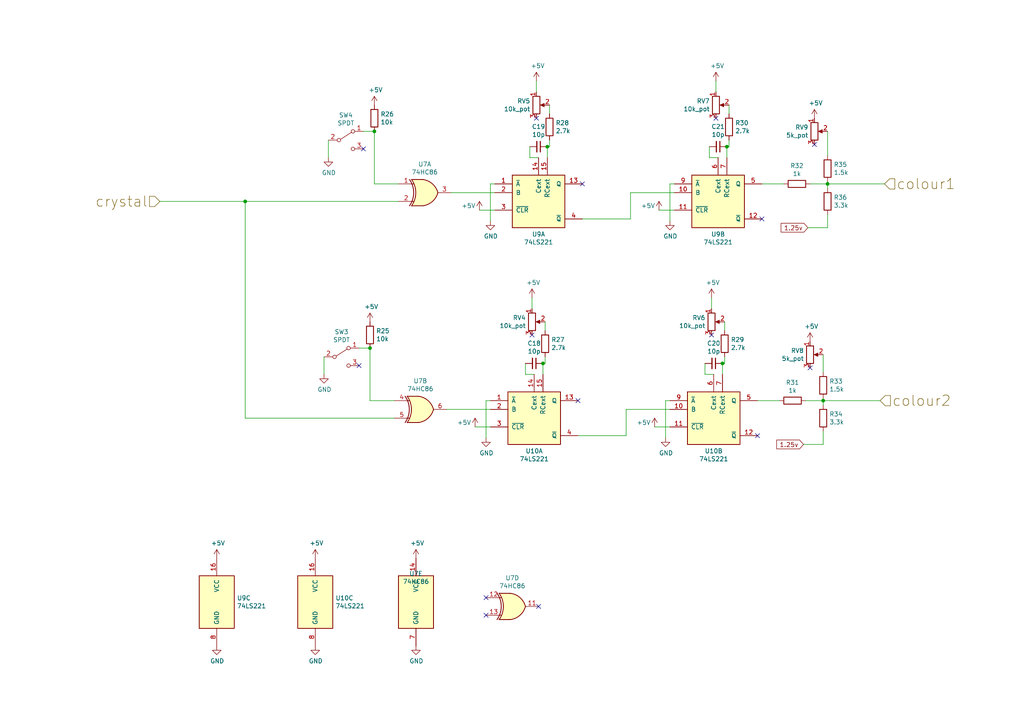
<source format=kicad_sch>
(kicad_sch (version 20211123) (generator eeschema)
  (paper "A4")
  (lib_symbols
    (symbol "74xx:74HC86" (pin_names (offset 1.016))
      (property "Reference" "U" (at 0 1.27 0))
      (property "Value" "74HC86" (at 0 -1.27 0))
      (symbol "74HC86_1_0"
        (arc (start -4.4196 -3.81) (mid -3.2033 0) (end -4.4196 3.81) (stroke (width 0.254)))
        (arc (start -3.81 -3.81) (mid -2.589 0) (end -3.81 3.81) (stroke (width 0.254)))
        (arc (start -0.6096 -3.81) (mid 2.1842 -2.5851) (end 3.81 0) (stroke (width 0.254)) (fill (type background)))
        (polyline (pts (xy -3.81 -3.81) (xy -0.635 -3.81)) (stroke (width 0.254)) (fill (type background)))
        (polyline (pts (xy -3.81 3.81) (xy -0.635 3.81)) (stroke (width 0.254)) (fill (type background)))
        (polyline (pts (xy -0.635 3.81) (xy -3.81 3.81) (xy -3.81 3.81) (xy -3.556 3.4036) (xy -3.0226 2.2606) (xy -2.6924 1.0414) (xy -2.6162 -0.254) (xy -2.7686 -1.4986) (xy -3.175 -2.7178) (xy -3.81 -3.81) (xy -3.81 -3.81) (xy -0.635 -3.81)) (stroke (width -25.4)) (fill (type background)))
        (arc (start 3.81 0) (mid 2.1915 2.5936) (end -0.6096 3.81) (stroke (width 0.254)) (fill (type background)))
        (pin input line (at -7.62 2.54 0) (length 4.445) (name "~") (number "1"))
        (pin input line (at -7.62 -2.54 0) (length 4.445) (name "~") (number "2"))
        (pin output line (at 7.62 0 180) (length 3.81) (name "~") (number "3"))
      )
      (symbol "74HC86_1_1"
        (polyline (pts (xy -3.81 -2.54) (xy -3.175 -2.54)) (stroke (width 0.1524)))
        (polyline (pts (xy -3.81 2.54) (xy -3.175 2.54)) (stroke (width 0.1524)))
      )
      (symbol "74HC86_2_0"
        (arc (start -4.4196 -3.81) (mid -3.2033 0) (end -4.4196 3.81) (stroke (width 0.254)))
        (arc (start -3.81 -3.81) (mid -2.589 0) (end -3.81 3.81) (stroke (width 0.254)))
        (arc (start -0.6096 -3.81) (mid 2.1842 -2.5851) (end 3.81 0) (stroke (width 0.254)) (fill (type background)))
        (polyline (pts (xy -3.81 -3.81) (xy -0.635 -3.81)) (stroke (width 0.254)) (fill (type background)))
        (polyline (pts (xy -3.81 3.81) (xy -0.635 3.81)) (stroke (width 0.254)) (fill (type background)))
        (polyline (pts (xy -0.635 3.81) (xy -3.81 3.81) (xy -3.81 3.81) (xy -3.556 3.4036) (xy -3.0226 2.2606) (xy -2.6924 1.0414) (xy -2.6162 -0.254) (xy -2.7686 -1.4986) (xy -3.175 -2.7178) (xy -3.81 -3.81) (xy -3.81 -3.81) (xy -0.635 -3.81)) (stroke (width -25.4)) (fill (type background)))
        (arc (start 3.81 0) (mid 2.1915 2.5936) (end -0.6096 3.81) (stroke (width 0.254)) (fill (type background)))
        (pin input line (at -7.62 2.54 0) (length 4.445) (name "~") (number "4"))
        (pin input line (at -7.62 -2.54 0) (length 4.445) (name "~") (number "5"))
        (pin output line (at 7.62 0 180) (length 3.81) (name "~") (number "6"))
      )
      (symbol "74HC86_2_1"
        (polyline (pts (xy -3.81 -2.54) (xy -3.175 -2.54)) (stroke (width 0.1524)))
        (polyline (pts (xy -3.81 2.54) (xy -3.175 2.54)) (stroke (width 0.1524)))
      )
      (symbol "74HC86_3_0"
        (arc (start -4.4196 -3.81) (mid -3.2033 0) (end -4.4196 3.81) (stroke (width 0.254)))
        (arc (start -3.81 -3.81) (mid -2.589 0) (end -3.81 3.81) (stroke (width 0.254)))
        (arc (start -0.6096 -3.81) (mid 2.1842 -2.5851) (end 3.81 0) (stroke (width 0.254)) (fill (type background)))
        (polyline (pts (xy -3.81 -3.81) (xy -0.635 -3.81)) (stroke (width 0.254)) (fill (type background)))
        (polyline (pts (xy -3.81 3.81) (xy -0.635 3.81)) (stroke (width 0.254)) (fill (type background)))
        (polyline (pts (xy -0.635 3.81) (xy -3.81 3.81) (xy -3.81 3.81) (xy -3.556 3.4036) (xy -3.0226 2.2606) (xy -2.6924 1.0414) (xy -2.6162 -0.254) (xy -2.7686 -1.4986) (xy -3.175 -2.7178) (xy -3.81 -3.81) (xy -3.81 -3.81) (xy -0.635 -3.81)) (stroke (width -25.4)) (fill (type background)))
        (arc (start 3.81 0) (mid 2.1915 2.5936) (end -0.6096 3.81) (stroke (width 0.254)) (fill (type background)))
        (pin input line (at -7.62 -2.54 0) (length 4.445) (name "~") (number "10"))
        (pin output line (at 7.62 0 180) (length 3.81) (name "~") (number "8"))
        (pin input line (at -7.62 2.54 0) (length 4.445) (name "~") (number "9"))
      )
      (symbol "74HC86_3_1"
        (polyline (pts (xy -3.81 -2.54) (xy -3.175 -2.54)) (stroke (width 0.1524)))
        (polyline (pts (xy -3.81 2.54) (xy -3.175 2.54)) (stroke (width 0.1524)))
      )
      (symbol "74HC86_4_0"
        (arc (start -4.4196 -3.81) (mid -3.2033 0) (end -4.4196 3.81) (stroke (width 0.254)))
        (arc (start -3.81 -3.81) (mid -2.589 0) (end -3.81 3.81) (stroke (width 0.254)))
        (arc (start -0.6096 -3.81) (mid 2.1842 -2.5851) (end 3.81 0) (stroke (width 0.254)) (fill (type background)))
        (polyline (pts (xy -3.81 -3.81) (xy -0.635 -3.81)) (stroke (width 0.254)) (fill (type background)))
        (polyline (pts (xy -3.81 3.81) (xy -0.635 3.81)) (stroke (width 0.254)) (fill (type background)))
        (polyline (pts (xy -0.635 3.81) (xy -3.81 3.81) (xy -3.81 3.81) (xy -3.556 3.4036) (xy -3.0226 2.2606) (xy -2.6924 1.0414) (xy -2.6162 -0.254) (xy -2.7686 -1.4986) (xy -3.175 -2.7178) (xy -3.81 -3.81) (xy -3.81 -3.81) (xy -0.635 -3.81)) (stroke (width -25.4)) (fill (type background)))
        (arc (start 3.81 0) (mid 2.1915 2.5936) (end -0.6096 3.81) (stroke (width 0.254)) (fill (type background)))
        (pin output line (at 7.62 0 180) (length 3.81) (name "~") (number "11"))
        (pin input line (at -7.62 2.54 0) (length 4.445) (name "~") (number "12"))
        (pin input line (at -7.62 -2.54 0) (length 4.445) (name "~") (number "13"))
      )
      (symbol "74HC86_4_1"
        (polyline (pts (xy -3.81 -2.54) (xy -3.175 -2.54)) (stroke (width 0.1524)))
        (polyline (pts (xy -3.81 2.54) (xy -3.175 2.54)) (stroke (width 0.1524)))
      )
      (symbol "74HC86_5_0"
        (pin power_in line (at 0 12.7 270) (length 5.08) (name "VCC") (number "14"))
        (pin power_in line (at 0 -12.7 90) (length 5.08) (name "GND") (number "7"))
      )
      (symbol "74HC86_5_1"
        (rectangle (start -5.08 7.62) (end 5.08 -7.62) (stroke (width 0.254)) (fill (type background)))
      )
    )
    (symbol "74xx:74LS221" (pin_names (offset 1.016))
      (property "Reference" "U" (at -7.62 8.89 0))
      (property "Value" "74LS221" (at -7.62 -8.89 0))
      (symbol "74LS221_1_0"
        (pin input line (at -12.7 5.08 0) (length 5.08) (name "~{A}") (number "1"))
        (pin output line (at 12.7 5.08 180) (length 5.08) (name "Q") (number "13"))
        (pin input line (at 0 12.7 270) (length 5.08) (name "Cext") (number "14"))
        (pin input line (at 2.54 12.7 270) (length 5.08) (name "RCext") (number "15"))
        (pin input line (at -12.7 2.54 0) (length 5.08) (name "B") (number "2"))
        (pin input line (at -12.7 -2.54 0) (length 5.08) (name "~{CLR}") (number "3"))
        (pin output line (at 12.7 -5.08 180) (length 5.08) (name "~{Q}") (number "4"))
      )
      (symbol "74LS221_1_1"
        (rectangle (start -7.62 7.62) (end 7.62 -7.62) (stroke (width 0.254)) (fill (type background)))
      )
      (symbol "74LS221_2_0"
        (pin input line (at -12.7 2.54 0) (length 5.08) (name "B") (number "10"))
        (pin input line (at -12.7 -2.54 0) (length 5.08) (name "~{CLR}") (number "11"))
        (pin output line (at 12.7 -5.08 180) (length 5.08) (name "~{Q}") (number "12"))
        (pin output line (at 12.7 5.08 180) (length 5.08) (name "Q") (number "5"))
        (pin input line (at 0 12.7 270) (length 5.08) (name "Cext") (number "6"))
        (pin input line (at 2.54 12.7 270) (length 5.08) (name "RCext") (number "7"))
        (pin input line (at -12.7 5.08 0) (length 5.08) (name "~{A}") (number "9"))
      )
      (symbol "74LS221_2_1"
        (rectangle (start -7.62 7.62) (end 7.62 -7.62) (stroke (width 0.254)) (fill (type background)))
      )
      (symbol "74LS221_3_0"
        (pin power_in line (at 0 12.7 270) (length 5.08) (name "VCC") (number "16"))
        (pin power_in line (at 0 -12.7 90) (length 5.08) (name "GND") (number "8"))
      )
      (symbol "74LS221_3_1"
        (rectangle (start -5.08 7.62) (end 5.08 -7.62) (stroke (width 0.254)) (fill (type background)))
      )
    )
    (symbol "Device:C_Small" (pin_numbers hide) (pin_names (offset 0.254) hide)
      (property "Reference" "C" (at 0.254 1.778 0))
      (property "Value" "C_Small" (at 0.254 -2.032 0))
      (symbol "C_Small_0_1"
        (polyline (pts (xy -1.524 -0.508) (xy 1.524 -0.508)) (stroke (width 0.3302)))
        (polyline (pts (xy -1.524 0.508) (xy 1.524 0.508)) (stroke (width 0.3048)))
      )
      (symbol "C_Small_1_1"
        (pin passive line (at 0 2.54 270) (length 2.032) (name "~") (number "1"))
        (pin passive line (at 0 -2.54 90) (length 2.032) (name "~") (number "2"))
      )
    )
    (symbol "Device:R" (pin_numbers hide) (pin_names (offset 0))
      (property "Reference" "R" (at 2.032 0 90))
      (property "Value" "R" (at 0 0 90))
      (symbol "R_0_1"
        (rectangle (start -1.016 -2.54) (end 1.016 2.54) (stroke (width 0.254)))
      )
      (symbol "R_1_1"
        (pin passive line (at 0 3.81 270) (length 1.27) (name "~") (number "1"))
        (pin passive line (at 0 -3.81 90) (length 1.27) (name "~") (number "2"))
      )
    )
    (symbol "Switch:SW_SPDT" (pin_names (offset 0) hide)
      (property "Reference" "SW" (at 0 4.318 0))
      (property "Value" "SW_SPDT" (at 0 -5.08 0))
      (symbol "SW_SPDT_0_0"
        (circle (center -2.032 0) (radius 0.508))
        (circle (center 2.032 -2.54) (radius 0.508))
      )
      (symbol "SW_SPDT_0_1"
        (polyline (pts (xy -1.524 0.254) (xy 1.651 2.286)))
        (circle (center 2.032 2.54) (radius 0.508))
      )
      (symbol "SW_SPDT_1_1"
        (pin passive line (at 5.08 2.54 180) (length 2.54) (name "A") (number "1"))
        (pin passive line (at -5.08 0 0) (length 2.54) (name "B") (number "2"))
        (pin passive line (at 5.08 -2.54 180) (length 2.54) (name "C") (number "3"))
      )
    )
    (symbol "power:+5V" (power) (pin_names (offset 0))
      (property "Value" "+5V" (at 0 3.556 0))
      (symbol "+5V_0_1"
        (polyline (pts (xy -0.762 1.27) (xy 0 2.54)))
        (polyline (pts (xy 0 0) (xy 0 2.54)))
        (polyline (pts (xy 0 2.54) (xy 0.762 1.27)))
      )
      (symbol "+5V_1_1"
        (pin power_in line (at 0 0 90) (length 0) hide (name "+5V") (number "1"))
      )
    )
    (symbol "power:GND" (power) (pin_names (offset 0))
      (property "Value" "GND" (at 0 -3.81 0))
      (symbol "GND_0_1"
        (polyline (pts (xy 0 0) (xy 0 -1.27) (xy 1.27 -1.27) (xy 0 -2.54) (xy -1.27 -1.27) (xy 0 -1.27)))
      )
      (symbol "GND_1_1"
        (pin power_in line (at 0 0 270) (length 0) hide (name "GND") (number "1"))
      )
    )
    (symbol "two_point_one_colorizer-rescue:R_POT-Device" (pin_names (offset 1.016) hide)
      (property "Reference" "RV" (at -4.445 0 90))
      (property "Value" "R_POT-Device" (at -2.54 0 90))
      (symbol "R_POT-Device_0_1"
        (polyline (pts (xy 2.54 0) (xy 1.524 0)))
        (polyline (pts (xy 1.143 0) (xy 2.286 0.508) (xy 2.286 -0.508) (xy 1.143 0)) (fill (type outline)))
        (rectangle (start 1.016 2.54) (end -1.016 -2.54) (stroke (width 0.254)))
      )
      (symbol "R_POT-Device_1_1"
        (pin passive line (at 0 3.81 270) (length 1.27) (name "1") (number "1"))
        (pin passive line (at 3.81 0 180) (length 1.27) (name "2") (number "2"))
        (pin passive line (at 0 -3.81 90) (length 1.27) (name "3") (number "3"))
      )
    )
  )
  (junction (at 209.55 105.41))
  (junction (at 210.82 42.545))
  (junction (at 158.75 42.545))
  (junction (at 108.585 38.1))
  (junction (at 107.315 100.965))
  (junction (at 71.12 58.42))
  (junction (at 238.76 116.205))
  (junction (at 240.03 53.34))
  (junction (at 157.48 105.41))
  (no_connect (at 156.21 175.895))
  (no_connect (at 219.71 126.365))
  (no_connect (at 167.64 116.205))
  (no_connect (at 207.645 34.29))
  (no_connect (at 236.22 41.91))
  (no_connect (at 140.97 178.435))
  (no_connect (at 104.14 106.045))
  (no_connect (at 154.305 97.155))
  (no_connect (at 168.91 53.34))
  (no_connect (at 140.97 173.355))
  (no_connect (at 155.575 34.29))
  (no_connect (at 220.98 63.5))
  (no_connect (at 206.375 97.155))
  (no_connect (at 105.41 43.18))
  (no_connect (at 234.95 106.68))
  (wire (pts (xy 181.61 118.745) (xy 194.31 118.745)))
  (wire (pts (xy 130.81 55.88) (xy 143.51 55.88)))
  (wire (pts (xy 182.88 55.88) (xy 195.58 55.88)))
  (wire (pts (xy 104.14 100.965) (xy 107.315 100.965)))
  (wire (pts (xy 152.4 108.585) (xy 152.4 105.41)))
  (wire (pts (xy 208.28 45.72) (xy 205.74 45.72)))
  (wire (pts (xy 158.115 93.345) (xy 158.115 95.885)))
  (wire (pts (xy 194.31 53.34) (xy 195.58 53.34)))
  (wire (pts (xy 95.25 45.72) (xy 95.25 40.64)))
  (wire (pts (xy 207.01 108.585) (xy 204.47 108.585)))
  (wire (pts (xy 238.76 102.87) (xy 238.76 107.95)))
  (wire (pts (xy 107.315 116.205) (xy 114.3 116.205)))
  (wire (pts (xy 219.71 116.205) (xy 226.06 116.205)))
  (wire (pts (xy 115.57 58.42) (xy 71.12 58.42)))
  (wire (pts (xy 158.75 42.545) (xy 158.75 45.72)))
  (wire (pts (xy 210.185 93.345) (xy 210.185 95.885)))
  (wire (pts (xy 193.04 116.205) (xy 194.31 116.205)))
  (wire (pts (xy 142.24 53.34) (xy 143.51 53.34)))
  (wire (pts (xy 159.385 40.64) (xy 159.385 42.545)))
  (wire (pts (xy 108.585 53.34) (xy 115.57 53.34)))
  (wire (pts (xy 234.95 53.34) (xy 240.03 53.34)))
  (wire (pts (xy 233.045 128.905) (xy 238.76 128.905)))
  (wire (pts (xy 205.74 45.72) (xy 205.74 42.545)))
  (wire (pts (xy 159.385 42.545) (xy 158.75 42.545)))
  (wire (pts (xy 233.68 116.205) (xy 238.76 116.205)))
  (wire (pts (xy 240.03 38.1) (xy 240.03 45.085)))
  (wire (pts (xy 140.97 127) (xy 140.97 116.205)))
  (wire (pts (xy 240.03 66.04) (xy 240.03 62.23)))
  (wire (pts (xy 71.12 121.285) (xy 114.3 121.285)))
  (wire (pts (xy 238.76 115.57) (xy 238.76 116.205)))
  (wire (pts (xy 238.76 116.205) (xy 255.27 116.205)))
  (wire (pts (xy 238.76 128.905) (xy 238.76 125.095)))
  (wire (pts (xy 204.47 108.585) (xy 204.47 105.41)))
  (wire (pts (xy 207.645 23.495) (xy 207.645 26.67)))
  (wire (pts (xy 139.065 60.96) (xy 143.51 60.96)))
  (wire (pts (xy 210.185 105.41) (xy 209.55 105.41)))
  (wire (pts (xy 140.97 116.205) (xy 142.24 116.205)))
  (wire (pts (xy 194.31 64.135) (xy 194.31 53.34)))
  (wire (pts (xy 181.61 126.365) (xy 181.61 118.745)))
  (wire (pts (xy 238.76 116.205) (xy 238.76 117.475)))
  (wire (pts (xy 108.585 38.1) (xy 108.585 53.34)))
  (wire (pts (xy 71.12 58.42) (xy 46.355 58.42)))
  (wire (pts (xy 240.03 53.34) (xy 240.03 54.61)))
  (wire (pts (xy 211.455 42.545) (xy 210.82 42.545)))
  (wire (pts (xy 158.115 103.505) (xy 158.115 105.41)))
  (wire (pts (xy 240.03 52.705) (xy 240.03 53.34)))
  (wire (pts (xy 158.115 105.41) (xy 157.48 105.41)))
  (wire (pts (xy 211.455 30.48) (xy 211.455 33.02)))
  (wire (pts (xy 182.88 63.5) (xy 182.88 55.88)))
  (wire (pts (xy 210.82 42.545) (xy 210.82 45.72)))
  (wire (pts (xy 168.91 63.5) (xy 182.88 63.5)))
  (wire (pts (xy 210.185 103.505) (xy 210.185 105.41)))
  (wire (pts (xy 206.375 86.36) (xy 206.375 89.535)))
  (wire (pts (xy 93.98 108.585) (xy 93.98 103.505)))
  (wire (pts (xy 159.385 30.48) (xy 159.385 33.02)))
  (wire (pts (xy 153.67 45.72) (xy 153.67 42.545)))
  (wire (pts (xy 107.315 100.965) (xy 107.315 116.205)))
  (wire (pts (xy 189.865 123.825) (xy 194.31 123.825)))
  (wire (pts (xy 193.04 127) (xy 193.04 116.205)))
  (wire (pts (xy 155.575 23.495) (xy 155.575 26.67)))
  (wire (pts (xy 240.03 53.34) (xy 256.54 53.34)))
  (wire (pts (xy 157.48 105.41) (xy 157.48 108.585)))
  (wire (pts (xy 191.135 60.96) (xy 195.58 60.96)))
  (wire (pts (xy 71.12 58.42) (xy 71.12 121.285)))
  (wire (pts (xy 105.41 38.1) (xy 108.585 38.1)))
  (wire (pts (xy 209.55 105.41) (xy 209.55 108.585)))
  (wire (pts (xy 154.94 108.585) (xy 152.4 108.585)))
  (wire (pts (xy 154.305 86.36) (xy 154.305 89.535)))
  (wire (pts (xy 167.64 126.365) (xy 181.61 126.365)))
  (wire (pts (xy 234.315 66.04) (xy 240.03 66.04)))
  (wire (pts (xy 211.455 40.64) (xy 211.455 42.545)))
  (wire (pts (xy 129.54 118.745) (xy 142.24 118.745)))
  (wire (pts (xy 142.24 64.135) (xy 142.24 53.34)))
  (wire (pts (xy 156.21 45.72) (xy 153.67 45.72)))
  (wire (pts (xy 137.795 123.825) (xy 142.24 123.825)))
  (wire (pts (xy 220.98 53.34) (xy 227.33 53.34)))
  (global_label "1.25v" (shape input) (at 233.045 128.905 180) (effects (font (size 1.2954 1.2954))) (property "Intersheet References" "${INTERSHEET_REFS}" (effects hide)))
  (global_label "1.25v" (shape input) (at 234.315 66.04 180) (effects (font (size 1.2954 1.2954))) (property "Intersheet References" "${INTERSHEET_REFS}" (effects hide)))
  (hierarchical_label "colour1" (shape input) (at 256.54 53.34 0) (effects (font (size 2.9972 2.9972))))
  (hierarchical_label "colour2" (shape input) (at 255.27 116.205 0) (effects (font (size 2.9972 2.9972))))
  (hierarchical_label "crystal" (shape input) (at 46.355 58.42 180) (effects (font (size 2.9972 2.9972))))
  (symbol (lib_id "74xx:74HC86") (at 120.65 174.625 0) (unit 5)
    (property "Reference" "U7" (at 120.65 166.37 0))
    (property "Value" "74HC86" (at 120.65 168.6814 0))
    (property "Footprint" "Package_DIP:DIP-14_W7.62mm_LongPads" (effects hide))
    (property "Datasheet" "http://www.ti.com/lit/gpn/sn74HC86" (effects hide))
  )
  (symbol (lib_id "power:+5V") (at 120.65 161.925 0) (unit 1)
    (property "Reference" "#PWR072" (effects hide))
    (property "Value" "+5V" (at 121.031 157.5308 0))
  )
  (symbol (lib_id "power:GND") (at 120.65 187.325 0) (unit 1)
    (property "Reference" "#PWR073" (effects hide))
    (property "Value" "GND" (at 120.777 191.7192 0))
  )
  (symbol (lib_id "74xx:74HC86") (at 148.59 175.895 0) (unit 4)
    (property "Reference" "U7" (at 148.59 167.64 0))
    (property "Value" "74HC86" (at 148.59 169.9514 0))
    (property "Footprint" "Package_DIP:DIP-14_W7.62mm_LongPads" (effects hide))
    (property "Datasheet" "http://www.ti.com/lit/gpn/sn74HC86" (effects hide))
  )
  (symbol (lib_id "74xx:74HC86") (at 123.19 55.88 0) (unit 1)
    (property "Reference" "U7" (at 123.19 47.625 0))
    (property "Value" "74HC86" (at 123.19 49.9364 0))
    (property "Footprint" "Package_DIP:DIP-14_W7.62mm_LongPads" (effects hide))
    (property "Datasheet" "http://www.ti.com/lit/gpn/sn74HC86" (effects hide))
  )
  (symbol (lib_id "power:+5V") (at 108.585 30.48 0) (unit 1)
    (property "Reference" "#PWR071" (effects hide))
    (property "Value" "+5V" (at 108.966 26.0858 0))
  )
  (symbol (lib_id "Device:R") (at 108.585 34.29 0) (unit 1)
    (property "Reference" "R26" (at 110.363 33.1216 0) (effects (justify left)))
    (property "Value" "10k" (at 110.363 35.433 0) (effects (justify left)))
    (property "Footprint" "Resistor_THT:R_Axial_DIN0207_L6.3mm_D2.5mm_P7.62mm_Horizontal" (effects hide))
  )
  (symbol (lib_id "Switch:SW_SPDT") (at 100.33 40.64 0) (unit 1)
    (property "Reference" "SW4" (at 100.33 33.401 0))
    (property "Value" "SPDT" (at 100.33 35.7124 0))
    (property "Footprint" "lib_fp:mini_toggle_switch_tayda" (effects hide))
  )
  (symbol (lib_id "power:GND") (at 95.25 45.72 0) (unit 1)
    (property "Reference" "#PWR069" (effects hide))
    (property "Value" "GND" (at 95.377 50.1142 0))
  )
  (symbol (lib_id "74xx:74LS221") (at 156.21 58.42 0) (unit 1)
    (property "Reference" "U9" (at 156.21 67.945 0))
    (property "Value" "74LS221" (at 156.21 70.2564 0))
    (property "Footprint" "Package_DIP:DIP-16_W7.62mm_LongPads" (effects hide))
    (property "Datasheet" "http://www.ti.com/lit/gpn/sn74LS221" (effects hide))
  )
  (symbol (lib_id "Device:C_Small") (at 156.21 42.545 270) (unit 1)
    (property "Reference" "C19" (at 156.21 36.7284 90))
    (property "Value" "10p" (at 156.21 39.0398 90))
    (property "Footprint" "Capacitor_THT:C_Disc_D4.7mm_W2.5mm_P5.00mm" (effects hide))
  )
  (symbol (lib_id "Device:R") (at 159.385 36.83 0) (unit 1)
    (property "Reference" "R28" (at 161.163 35.6616 0) (effects (justify left)))
    (property "Value" "2.7k" (at 161.163 37.973 0) (effects (justify left)))
    (property "Footprint" "Resistor_THT:R_Axial_DIN0207_L6.3mm_D2.5mm_P7.62mm_Horizontal" (effects hide))
  )
  (symbol (lib_id "two_point_one_colorizer-rescue:R_POT-Device") (at 155.575 30.48 0) (unit 1)
    (property "Reference" "RV5" (at 153.797 29.3116 0) (effects (justify right)))
    (property "Value" "10k_pot" (at 153.797 31.623 0) (effects (justify right)))
    (property "Footprint" "lib_fp:Potentiometer_Vertical_Large" (effects hide))
  )
  (symbol (lib_id "power:+5V") (at 155.575 23.495 0) (unit 1)
    (property "Reference" "#PWR079" (effects hide))
    (property "Value" "+5V" (at 155.956 19.1008 0))
  )
  (symbol (lib_id "power:+5V") (at 139.065 60.96 0) (unit 1)
    (property "Reference" "#PWR075" (effects hide))
    (property "Value" "+5V" (at 135.89 59.69 0))
  )
  (symbol (lib_id "power:GND") (at 142.24 64.135 0) (unit 1)
    (property "Reference" "#PWR077" (effects hide))
    (property "Value" "GND" (at 142.367 68.5292 0))
  )
  (symbol (lib_id "74xx:74LS221") (at 208.28 58.42 0) (unit 2)
    (property "Reference" "U9" (at 208.28 67.945 0))
    (property "Value" "74LS221" (at 208.28 70.2564 0))
    (property "Footprint" "Package_DIP:DIP-16_W7.62mm_LongPads" (effects hide))
    (property "Datasheet" "http://www.ti.com/lit/gpn/sn74LS221" (effects hide))
  )
  (symbol (lib_id "Device:C_Small") (at 208.28 42.545 270) (unit 1)
    (property "Reference" "C21" (at 208.28 36.7284 90))
    (property "Value" "10p" (at 208.28 39.0398 90))
    (property "Footprint" "Capacitor_THT:C_Disc_D4.7mm_W2.5mm_P5.00mm" (effects hide))
  )
  (symbol (lib_id "Device:R") (at 211.455 36.83 0) (unit 1)
    (property "Reference" "R30" (at 213.233 35.6616 0) (effects (justify left)))
    (property "Value" "2.7k" (at 213.233 37.973 0) (effects (justify left)))
    (property "Footprint" "Resistor_THT:R_Axial_DIN0207_L6.3mm_D2.5mm_P7.62mm_Horizontal" (effects hide))
  )
  (symbol (lib_id "two_point_one_colorizer-rescue:R_POT-Device") (at 207.645 30.48 0) (unit 1)
    (property "Reference" "RV7" (at 205.867 29.3116 0) (effects (justify right)))
    (property "Value" "10k_pot" (at 205.867 31.623 0) (effects (justify right)))
    (property "Footprint" "lib_fp:Potentiometer_Vertical_Large" (effects hide))
  )
  (symbol (lib_id "power:+5V") (at 207.645 23.495 0) (unit 1)
    (property "Reference" "#PWR085" (effects hide))
    (property "Value" "+5V" (at 208.026 19.1008 0))
  )
  (symbol (lib_id "power:+5V") (at 191.135 60.96 0) (unit 1)
    (property "Reference" "#PWR081" (effects hide))
    (property "Value" "+5V" (at 187.96 59.69 0))
  )
  (symbol (lib_id "power:GND") (at 194.31 64.135 0) (unit 1)
    (property "Reference" "#PWR083" (effects hide))
    (property "Value" "GND" (at 194.437 68.5292 0))
  )
  (symbol (lib_id "74xx:74LS221") (at 62.865 174.625 0) (unit 3)
    (property "Reference" "U9" (at 68.707 173.4566 0) (effects (justify left)))
    (property "Value" "74LS221" (at 68.707 175.768 0) (effects (justify left)))
    (property "Footprint" "Package_DIP:DIP-16_W7.62mm_LongPads" (effects hide))
    (property "Datasheet" "http://www.ti.com/lit/gpn/sn74LS221" (effects hide))
  )
  (symbol (lib_id "74xx:74HC86") (at 121.92 118.745 0) (unit 2)
    (property "Reference" "U7" (at 121.92 110.49 0))
    (property "Value" "74HC86" (at 121.92 112.8014 0))
    (property "Footprint" "Package_DIP:DIP-14_W7.62mm_LongPads" (effects hide))
    (property "Datasheet" "http://www.ti.com/lit/gpn/sn74HC86" (effects hide))
  )
  (symbol (lib_id "power:+5V") (at 107.315 93.345 0) (unit 1)
    (property "Reference" "#PWR070" (effects hide))
    (property "Value" "+5V" (at 107.696 88.9508 0))
  )
  (symbol (lib_id "Device:R") (at 107.315 97.155 0) (unit 1)
    (property "Reference" "R25" (at 109.093 95.9866 0) (effects (justify left)))
    (property "Value" "10k" (at 109.093 98.298 0) (effects (justify left)))
    (property "Footprint" "Resistor_THT:R_Axial_DIN0207_L6.3mm_D2.5mm_P7.62mm_Horizontal" (effects hide))
  )
  (symbol (lib_id "Switch:SW_SPDT") (at 99.06 103.505 0) (unit 1)
    (property "Reference" "SW3" (at 99.06 96.266 0))
    (property "Value" "SPDT" (at 99.06 98.5774 0))
    (property "Footprint" "lib_fp:mini_toggle_switch_tayda" (effects hide))
  )
  (symbol (lib_id "power:GND") (at 93.98 108.585 0) (unit 1)
    (property "Reference" "#PWR068" (effects hide))
    (property "Value" "GND" (at 94.107 112.9792 0))
  )
  (symbol (lib_id "74xx:74LS221") (at 154.94 121.285 0) (unit 1)
    (property "Reference" "U10" (at 154.94 130.81 0))
    (property "Value" "74LS221" (at 154.94 133.1214 0))
    (property "Footprint" "Package_DIP:DIP-16_W7.62mm_LongPads" (effects hide))
    (property "Datasheet" "http://www.ti.com/lit/gpn/sn74LS221" (effects hide))
  )
  (symbol (lib_id "Device:C_Small") (at 154.94 105.41 270) (unit 1)
    (property "Reference" "C18" (at 154.94 99.5934 90))
    (property "Value" "10p" (at 154.94 101.9048 90))
    (property "Footprint" "Capacitor_THT:C_Disc_D4.7mm_W2.5mm_P5.00mm" (effects hide))
  )
  (symbol (lib_id "Device:R") (at 158.115 99.695 0) (unit 1)
    (property "Reference" "R27" (at 159.893 98.5266 0) (effects (justify left)))
    (property "Value" "2.7k" (at 159.893 100.838 0) (effects (justify left)))
    (property "Footprint" "Resistor_THT:R_Axial_DIN0207_L6.3mm_D2.5mm_P7.62mm_Horizontal" (effects hide))
  )
  (symbol (lib_id "two_point_one_colorizer-rescue:R_POT-Device") (at 154.305 93.345 0) (unit 1)
    (property "Reference" "RV4" (at 152.527 92.1766 0) (effects (justify right)))
    (property "Value" "10k_pot" (at 152.527 94.488 0) (effects (justify right)))
    (property "Footprint" "lib_fp:Potentiometer_Vertical_Large" (effects hide))
  )
  (symbol (lib_id "power:+5V") (at 154.305 86.36 0) (unit 1)
    (property "Reference" "#PWR078" (effects hide))
    (property "Value" "+5V" (at 154.686 81.9658 0))
  )
  (symbol (lib_id "power:+5V") (at 137.795 123.825 0) (unit 1)
    (property "Reference" "#PWR074" (effects hide))
    (property "Value" "+5V" (at 134.62 122.555 0))
  )
  (symbol (lib_id "power:GND") (at 140.97 127 0) (unit 1)
    (property "Reference" "#PWR076" (effects hide))
    (property "Value" "GND" (at 141.097 131.3942 0))
  )
  (symbol (lib_id "74xx:74LS221") (at 207.01 121.285 0) (unit 2)
    (property "Reference" "U10" (at 207.01 130.81 0))
    (property "Value" "74LS221" (at 207.01 133.1214 0))
    (property "Footprint" "Package_DIP:DIP-16_W7.62mm_LongPads" (effects hide))
    (property "Datasheet" "http://www.ti.com/lit/gpn/sn74LS221" (effects hide))
  )
  (symbol (lib_id "Device:C_Small") (at 207.01 105.41 270) (unit 1)
    (property "Reference" "C20" (at 207.01 99.5934 90))
    (property "Value" "10p" (at 207.01 101.9048 90))
    (property "Footprint" "Capacitor_THT:C_Disc_D4.7mm_W2.5mm_P5.00mm" (effects hide))
  )
  (symbol (lib_id "Device:R") (at 210.185 99.695 0) (unit 1)
    (property "Reference" "R29" (at 211.963 98.5266 0) (effects (justify left)))
    (property "Value" "2.7k" (at 211.963 100.838 0) (effects (justify left)))
    (property "Footprint" "Resistor_THT:R_Axial_DIN0207_L6.3mm_D2.5mm_P7.62mm_Horizontal" (effects hide))
  )
  (symbol (lib_id "two_point_one_colorizer-rescue:R_POT-Device") (at 206.375 93.345 0) (unit 1)
    (property "Reference" "RV6" (at 204.597 92.1766 0) (effects (justify right)))
    (property "Value" "10k_pot" (at 204.597 94.488 0) (effects (justify right)))
    (property "Footprint" "lib_fp:Potentiometer_Vertical_Large" (effects hide))
  )
  (symbol (lib_id "power:+5V") (at 206.375 86.36 0) (unit 1)
    (property "Reference" "#PWR084" (effects hide))
    (property "Value" "+5V" (at 206.756 81.9658 0))
  )
  (symbol (lib_id "power:+5V") (at 189.865 123.825 0) (unit 1)
    (property "Reference" "#PWR080" (effects hide))
    (property "Value" "+5V" (at 186.69 122.555 0))
  )
  (symbol (lib_id "power:GND") (at 193.04 127 0) (unit 1)
    (property "Reference" "#PWR082" (effects hide))
    (property "Value" "GND" (at 193.167 131.3942 0))
  )
  (symbol (lib_id "74xx:74LS221") (at 91.44 174.625 0) (unit 3)
    (property "Reference" "U10" (at 97.282 173.4566 0) (effects (justify left)))
    (property "Value" "74LS221" (at 97.282 175.768 0) (effects (justify left)))
    (property "Footprint" "Package_DIP:DIP-16_W7.62mm_LongPads" (effects hide))
    (property "Datasheet" "http://www.ti.com/lit/gpn/sn74LS221" (effects hide))
  )
  (symbol (lib_id "power:+5V") (at 62.865 161.925 0) (unit 1)
    (property "Reference" "#PWR064" (effects hide))
    (property "Value" "+5V" (at 63.246 157.5308 0))
  )
  (symbol (lib_id "power:+5V") (at 91.44 161.925 0) (unit 1)
    (property "Reference" "#PWR066" (effects hide))
    (property "Value" "+5V" (at 91.821 157.5308 0))
  )
  (symbol (lib_id "power:GND") (at 91.44 187.325 0) (unit 1)
    (property "Reference" "#PWR067" (effects hide))
    (property "Value" "GND" (at 91.567 191.7192 0))
  )
  (symbol (lib_id "power:GND") (at 62.865 187.325 0) (unit 1)
    (property "Reference" "#PWR065" (effects hide))
    (property "Value" "GND" (at 62.992 191.7192 0))
  )
  (symbol (lib_id "Device:R") (at 231.14 53.34 270) (unit 1)
    (property "Reference" "R32" (at 231.14 48.0822 90))
    (property "Value" "1k" (at 231.14 50.3936 90))
    (property "Footprint" "Resistor_THT:R_Axial_DIN0207_L6.3mm_D2.5mm_P7.62mm_Horizontal" (effects hide))
  )
  (symbol (lib_id "Device:R") (at 240.03 48.895 0) (unit 1)
    (property "Reference" "R35" (at 241.808 47.7266 0) (effects (justify left)))
    (property "Value" "1.5k" (at 241.808 50.038 0) (effects (justify left)))
    (property "Footprint" "Resistor_THT:R_Axial_DIN0207_L6.3mm_D2.5mm_P7.62mm_Horizontal" (effects hide))
  )
  (symbol (lib_id "Device:R") (at 240.03 58.42 0) (unit 1)
    (property "Reference" "R36" (at 241.808 57.2516 0) (effects (justify left)))
    (property "Value" "3.3k" (at 241.808 59.563 0) (effects (justify left)))
    (property "Footprint" "Resistor_THT:R_Axial_DIN0207_L6.3mm_D2.5mm_P7.62mm_Horizontal" (effects hide))
  )
  (symbol (lib_id "power:+5V") (at 236.22 34.29 0) (unit 1)
    (property "Reference" "#PWR087" (effects hide))
    (property "Value" "+5V" (at 236.601 29.8958 0))
  )
  (symbol (lib_id "Device:R") (at 229.87 116.205 270) (unit 1)
    (property "Reference" "R31" (at 229.87 110.9472 90))
    (property "Value" "1k" (at 229.87 113.2586 90))
    (property "Footprint" "Resistor_THT:R_Axial_DIN0207_L6.3mm_D2.5mm_P7.62mm_Horizontal" (effects hide))
  )
  (symbol (lib_id "Device:R") (at 238.76 111.76 0) (unit 1)
    (property "Reference" "R33" (at 240.538 110.5916 0) (effects (justify left)))
    (property "Value" "1.5k" (at 240.538 112.903 0) (effects (justify left)))
    (property "Footprint" "Resistor_THT:R_Axial_DIN0207_L6.3mm_D2.5mm_P7.62mm_Horizontal" (effects hide))
  )
  (symbol (lib_id "Device:R") (at 238.76 121.285 0) (unit 1)
    (property "Reference" "R34" (at 240.538 120.1166 0) (effects (justify left)))
    (property "Value" "3.3k" (at 240.538 122.428 0) (effects (justify left)))
    (property "Footprint" "Resistor_THT:R_Axial_DIN0207_L6.3mm_D2.5mm_P7.62mm_Horizontal" (effects hide))
  )
  (symbol (lib_id "power:+5V") (at 234.95 99.06 0) (unit 1)
    (property "Reference" "#PWR086" (effects hide))
    (property "Value" "+5V" (at 235.331 94.6658 0))
  )
  (symbol (lib_id "two_point_one_colorizer-rescue:R_POT-Device") (at 236.22 38.1 0) (unit 1)
    (property "Reference" "RV9" (at 234.442 36.9316 0) (effects (justify right)))
    (property "Value" "5k_pot" (at 234.442 39.243 0) (effects (justify right)))
    (property "Footprint" "lib_fp:Potentiometer_Vertical_Large" (effects hide))
  )
  (symbol (lib_id "two_point_one_colorizer-rescue:R_POT-Device") (at 234.95 102.87 0) (unit 1)
    (property "Reference" "RV8" (at 233.172 101.7016 0) (effects (justify right)))
    (property "Value" "5k_pot" (at 233.172 104.013 0) (effects (justify right)))
    (property "Footprint" "lib_fp:Potentiometer_Vertical_Large" (effects hide))
  )
)
</source>
